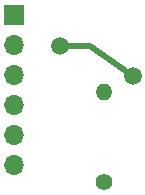
<source format=gbr>
G04 #@! TF.FileFunction,Copper,L1,Top,Signal*
%FSLAX46Y46*%
G04 Gerber Fmt 4.6, Leading zero omitted, Abs format (unit mm)*
G04 Created by KiCad (PCBNEW 4.0.7) date Thu Feb 22 23:31:33 2018*
%MOMM*%
%LPD*%
G01*
G04 APERTURE LIST*
%ADD10C,0.020000*%
%ADD11R,1.700000X1.700000*%
%ADD12O,1.700000X1.700000*%
%ADD13C,1.400000*%
%ADD14O,1.400000X1.400000*%
%ADD15C,1.500000*%
%ADD16C,0.500000*%
G04 APERTURE END LIST*
D10*
D11*
X84010500Y-66484500D03*
D12*
X84010500Y-69024500D03*
X84010500Y-71564500D03*
X84010500Y-74104500D03*
X84010500Y-76644500D03*
X84010500Y-79184500D03*
D13*
X91630500Y-80645000D03*
D14*
X91630500Y-73025000D03*
D15*
X87947500Y-69088000D03*
X94107000Y-71628000D03*
D16*
X90487500Y-69088000D02*
X87947500Y-69088000D01*
X94107000Y-71628000D02*
X90487500Y-69088000D01*
M02*

</source>
